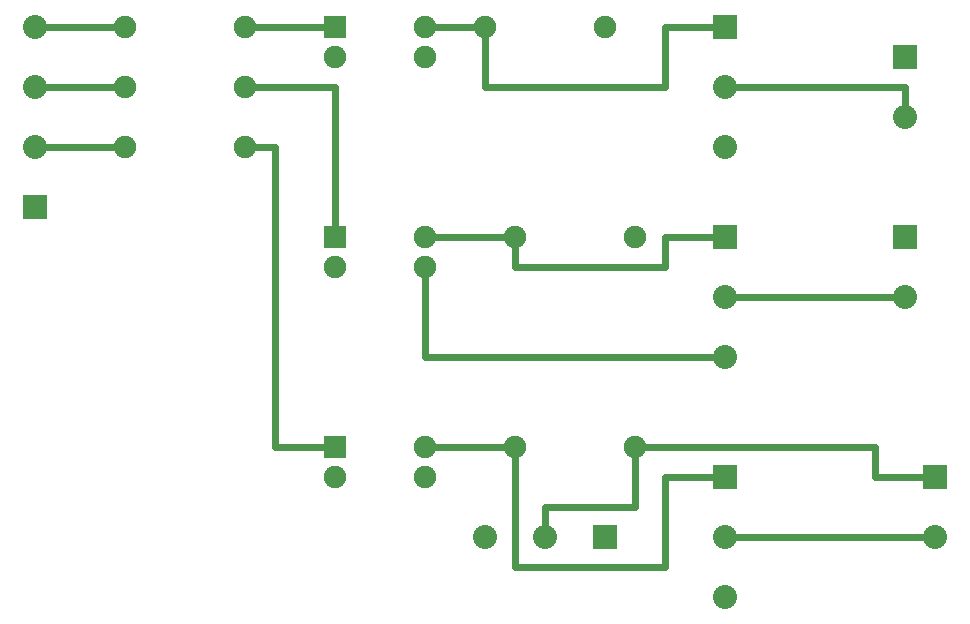
<source format=gtl>
G04 MADE WITH FRITZING*
G04 WWW.FRITZING.ORG*
G04 DOUBLE SIDED*
G04 HOLES PLATED*
G04 CONTOUR ON CENTER OF CONTOUR VECTOR*
%ASAXBY*%
%FSLAX23Y23*%
%MOIN*%
%OFA0B0*%
%SFA1.0B1.0*%
%ADD10C,0.075000*%
%ADD11C,0.080000*%
%ADD12R,0.075000X0.075000*%
%ADD13R,0.080000X0.080000*%
%ADD14R,0.079986X0.080000*%
%ADD15C,0.024000*%
%LNCOPPER1*%
G90*
G70*
G54D10*
X1186Y2040D03*
X1486Y2040D03*
X1186Y1940D03*
X1486Y1940D03*
X1186Y1340D03*
X1486Y1340D03*
X1186Y1240D03*
X1486Y1240D03*
X1186Y640D03*
X1486Y640D03*
X1186Y540D03*
X1486Y540D03*
X486Y2040D03*
X886Y2040D03*
X486Y1840D03*
X886Y1840D03*
X486Y1640D03*
X886Y1640D03*
G54D11*
X186Y1640D03*
X186Y1840D03*
X186Y2040D03*
X186Y1440D03*
X1886Y340D03*
X1686Y340D03*
X2086Y340D03*
X3086Y1340D03*
X3086Y1140D03*
X3186Y540D03*
X3186Y340D03*
X3086Y1940D03*
X3086Y1740D03*
X2486Y1840D03*
X2486Y1640D03*
X2486Y2040D03*
X2486Y1140D03*
X2486Y940D03*
X2486Y1340D03*
X2486Y340D03*
X2486Y140D03*
X2486Y540D03*
G54D10*
X1686Y2040D03*
X2086Y2040D03*
X1786Y1340D03*
X2186Y1340D03*
X1786Y640D03*
X2186Y640D03*
G54D12*
X1186Y2040D03*
X1186Y1340D03*
X1186Y640D03*
G54D13*
X186Y1440D03*
X2086Y340D03*
G54D14*
X3086Y1340D03*
X3186Y540D03*
X3086Y1940D03*
G54D13*
X2486Y2040D03*
X2486Y1340D03*
X2486Y540D03*
G54D15*
X217Y1640D02*
X458Y1640D01*
D02*
X217Y2040D02*
X458Y2040D01*
D02*
X217Y1840D02*
X458Y1840D01*
D02*
X1158Y2040D02*
X915Y2040D01*
D02*
X1658Y2040D02*
X1515Y2040D01*
D02*
X3055Y1140D02*
X2517Y1140D01*
D02*
X3155Y340D02*
X2517Y340D01*
D02*
X3086Y1771D02*
X3085Y1841D01*
D02*
X3085Y1841D02*
X2517Y1840D01*
D02*
X1758Y640D02*
X1515Y640D01*
D02*
X986Y1641D02*
X915Y1640D01*
D02*
X986Y640D02*
X986Y1641D01*
D02*
X1158Y640D02*
X986Y640D01*
D02*
X1187Y1841D02*
X915Y1840D01*
D02*
X1186Y1368D02*
X1187Y1841D01*
D02*
X1758Y1340D02*
X1515Y1340D01*
D02*
X1887Y439D02*
X1886Y371D01*
D02*
X2186Y611D02*
X2185Y439D01*
D02*
X2185Y439D02*
X1887Y439D01*
D02*
X1786Y241D02*
X2285Y241D01*
D02*
X2285Y241D02*
X2285Y539D01*
D02*
X1786Y611D02*
X1786Y241D01*
D02*
X2285Y539D02*
X2455Y540D01*
D02*
X2215Y640D02*
X2985Y640D01*
D02*
X2985Y640D02*
X2985Y539D01*
D02*
X2985Y539D02*
X3155Y540D01*
D02*
X2285Y1239D02*
X2285Y1339D01*
D02*
X2285Y1339D02*
X2455Y1340D01*
D02*
X1786Y1239D02*
X2285Y1239D01*
D02*
X1786Y1311D02*
X1786Y1239D01*
D02*
X1485Y941D02*
X2285Y941D01*
D02*
X1486Y1211D02*
X1485Y941D01*
D02*
X2285Y941D02*
X2455Y940D01*
D02*
X1686Y1841D02*
X2285Y1841D01*
D02*
X2285Y1841D02*
X2285Y2039D01*
D02*
X1686Y2011D02*
X1686Y1841D01*
D02*
X2285Y2039D02*
X2455Y2040D01*
G04 End of Copper1*
M02*
</source>
